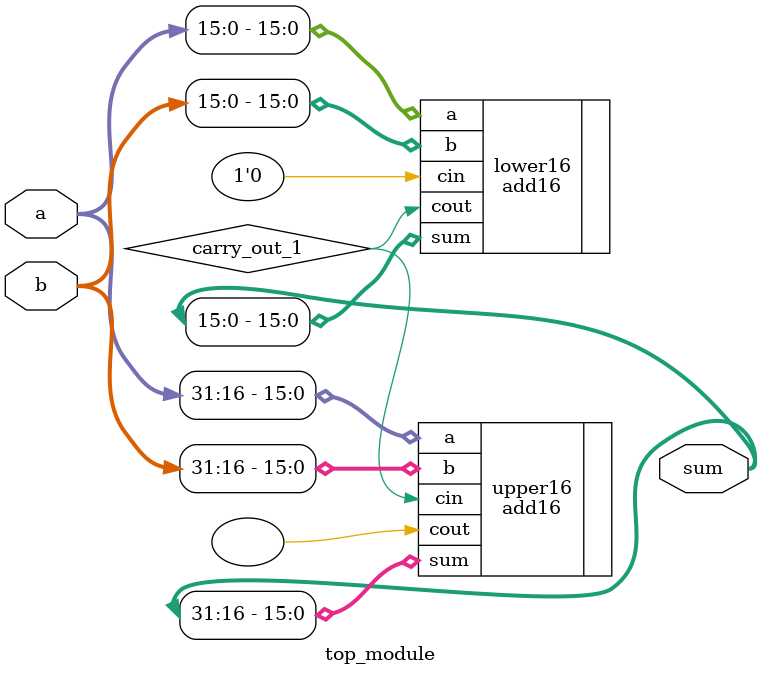
<source format=sv>
module top_module(
    input [31:0] a,
    input [31:0] b,
    output [31:0] sum
);


// we have been supplied the following module:
// module add16 ( input[15:0] a, input[15:0] b, input cin, output[15:0] sum, output cout );


    wire carry_out_1;

    add16 lower16(
        .a(a[15:0]),
        .b(b[15:0]),
        .cin(1'b0),
        .sum(sum[15:0]),
        .cout(carry_out_1)
    );
    add16 upper16(
        .a(a[31:16]),
        .b(b[31:16]),
        .cin(carry_out_1),
        .sum(sum[31:16]),
        .cout()
    );

endmodule

</source>
